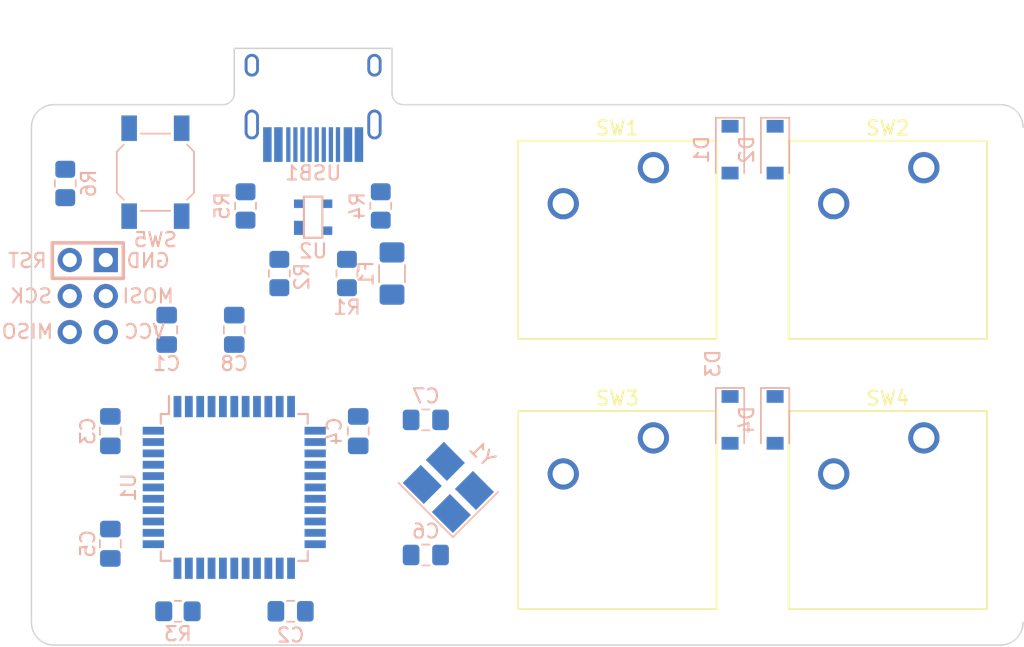
<source format=kicad_pcb>
(kicad_pcb (version 20211014) (generator pcbnew)
  (layers (0 "F.Cu" signal) (31 "B.Cu" signal) (34 "B.Paste" user) (35 "F.Paste" user) (36 "B.SilkS" user "B.Silkscreen") (37 "F.SilkS" user "F.Silkscreen") (38 "B.Mask" user) (39 "F.Mask" user) (44 "Edge.Cuts" user))
  (net 0 "")
  (net 1 "XTAL1")
  (net 2 "GND")
  (net 3 "+5V")
  (net 4 "XTAL2")
  (net 5 "Net-(U1-Pad6)")
  (net 6 "ROW0")
  (net 7 "Net-(SW1-Pad1)")
  (net 8 "Net-(SW2-Pad1)")
  (net 9 "ROW1")
  (net 10 "Net-(SW3-Pad1)")
  (net 11 "Net-(SW4-Pad1)")
  (net 12 "VCC")
  (net 13 "COL0")
  (net 14 "COL1")
  (net 15 "Net-(R1-Pad1)")
  (net 16 "D+")
  (net 17 "MISO")
  (net 18 "D-")
  (net 19 "SCK")
  (net 22 "MOSI")
  (net 23 "RESET")
  (net 24 "Net-(R2-Pad1)")
  (net 37 "Net-(U1-Pad33)")
  (net 38 "Net-(R4-Pad1)")
  (net 39 "Net-(R5-Pad1)")
  (footprint "Button_Switch_Keyboard:SW_Cherry_MX_1.00u_PCB" (layer "F.Cu") (at 170.815 83.82)
    (fp_text reference "SW1" (at -2.54 -2.794) (layer "F.SilkS"))
    (fp_text value "Macro1")
    (fp_line (start 4.445 -1.905) (end 4.445 12.065) (layer "F.SilkS") (width 0.12))
    (fp_line (start -9.525 -1.905) (end 4.445 -1.905) (layer "F.SilkS") (width 0.12))
    (fp_line (start -9.525 12.065) (end -9.525 -1.905) (layer "F.SilkS") (width 0.12))
    (fp_line (start 4.445 12.065) (end -9.525 12.065) (layer "F.SilkS") (width 0.12))
    (pad "" np_thru_hole circle (at -2.54 5.08) (size 4 4) (drill 4) (layers *.Cu *.Mask))
    (pad "" np_thru_hole circle (at 2.54 5.08) (size 1.7 1.7) (drill 1.7) (layers *.Cu *.Mask))
    (pad "" np_thru_hole circle (at -7.62 5.08) (size 1.7 1.7) (drill 1.7) (layers *.Cu *.Mask))
    (pad "1" thru_hole circle (at 0 0) (size 2.2 2.2) (drill 1.5) (layers *.Cu *.Mask) (net 7 "Net-(SW1-Pad1)"))
    (pad "2" thru_hole circle (at -6.35 2.54) (size 2.2 2.2) (drill 1.5) (layers *.Cu *.Mask) (net 13 "COL0"))
  )
  (footprint "Button_Switch_Keyboard:SW_Cherry_MX_1.00u_PCB" (layer "F.Cu") (at 189.865 102.87)
    (fp_text reference "SW4" (at -2.54 -2.794) (layer "F.SilkS"))
    (fp_text value "Macro4")
    (fp_line (start -9.525 12.065) (end -9.525 -1.905) (layer "F.SilkS") (width 0.12))
    (fp_line (start 4.445 -1.905) (end 4.445 12.065) (layer "F.SilkS") (width 0.12))
    (fp_line (start 4.445 12.065) (end -9.525 12.065) (layer "F.SilkS") (width 0.12))
    (fp_line (start -9.525 -1.905) (end 4.445 -1.905) (layer "F.SilkS") (width 0.12))
    (pad "" np_thru_hole circle (at -7.62 5.08) (size 1.7 1.7) (drill 1.7) (layers *.Cu *.Mask))
    (pad "" np_thru_hole circle (at -2.54 5.08) (size 4 4) (drill 4) (layers *.Cu *.Mask))
    (pad "" np_thru_hole circle (at 2.54 5.08) (size 1.7 1.7) (drill 1.7) (layers *.Cu *.Mask))
    (pad "1" thru_hole circle (at 0 0) (size 2.2 2.2) (drill 1.5) (layers *.Cu *.Mask) (net 11 "Net-(SW4-Pad1)"))
    (pad "2" thru_hole circle (at -6.35 2.54) (size 2.2 2.2) (drill 1.5) (layers *.Cu *.Mask) (net 14 "COL1"))
  )
  (footprint "Button_Switch_Keyboard:SW_Cherry_MX_1.00u_PCB" (layer "F.Cu") (at 189.865 83.82)
    (fp_text reference "SW2" (at -2.54 -2.794) (layer "F.SilkS"))
    (fp_text value "Macro2")
    (fp_line (start -9.525 -1.905) (end 4.445 -1.905) (layer "F.SilkS") (width 0.12))
    (fp_line (start -9.525 12.065) (end -9.525 -1.905) (layer "F.SilkS") (width 0.12))
    (fp_line (start 4.445 12.065) (end -9.525 12.065) (layer "F.SilkS") (width 0.12))
    (fp_line (start 4.445 -1.905) (end 4.445 12.065) (layer "F.SilkS") (width 0.12))
    (pad "" np_thru_hole circle (at -2.54 5.08) (size 4 4) (drill 4) (layers *.Cu *.Mask))
    (pad "" np_thru_hole circle (at -7.62 5.08) (size 1.7 1.7) (drill 1.7) (layers *.Cu *.Mask))
    (pad "" np_thru_hole circle (at 2.54 5.08) (size 1.7 1.7) (drill 1.7) (layers *.Cu *.Mask))
    (pad "1" thru_hole circle (at 0 0) (size 2.2 2.2) (drill 1.5) (layers *.Cu *.Mask) (net 8 "Net-(SW2-Pad1)"))
    (pad "2" thru_hole circle (at -6.35 2.54) (size 2.2 2.2) (drill 1.5) (layers *.Cu *.Mask) (net 14 "COL1"))
  )
  (footprint "Button_Switch_Keyboard:SW_Cherry_MX_1.00u_PCB" (layer "F.Cu") (at 170.815 102.87)
    (fp_text reference "SW3" (at -2.54 -2.794) (layer "F.SilkS"))
    (fp_text value "Macro3")
    (fp_line (start -9.525 -1.905) (end 4.445 -1.905) (layer "F.SilkS") (width 0.12))
    (fp_line (start 4.445 -1.905) (end 4.445 12.065) (layer "F.SilkS") (width 0.12))
    (fp_line (start -9.525 12.065) (end -9.525 -1.905) (layer "F.SilkS") (width 0.12))
    (fp_line (start 4.445 12.065) (end -9.525 12.065) (layer "F.SilkS") (width 0.12))
    (pad "" np_thru_hole circle (at -2.54 5.08) (size 4 4) (drill 4) (layers *.Cu *.Mask))
    (pad "" np_thru_hole circle (at 2.54 5.08) (size 1.7 1.7) (drill 1.7) (layers *.Cu *.Mask))
    (pad "" np_thru_hole circle (at -7.62 5.08) (size 1.7 1.7) (drill 1.7) (layers *.Cu *.Mask))
    (pad "1" thru_hole circle (at 0 0) (size 2.2 2.2) (drill 1.5) (layers *.Cu *.Mask) (net 10 "Net-(SW3-Pad1)"))
    (pad "2" thru_hole circle (at -6.35 2.54) (size 2.2 2.2) (drill 1.5) (layers *.Cu *.Mask) (net 13 "COL0"))
  )
  (footprint "Resistor_SMD:R_0805_2012Metric_Pad1.20x1.40mm_HandSolder" (layer "B.Cu") (at 144.4625 91.28125 -90)
    (fp_text reference "R2" (at 0.227064 -1.5875 90) (layer "B.SilkS") (effects (justify mirror)))
    (fp_text value "22")
    (fp_line (start -0.227064 -0.735) (end 0.227064 -0.735) (layer "B.SilkS") (width 0.12))
    (fp_line (start -0.227064 0.735) (end 0.227064 0.735) (layer "B.SilkS") (width 0.12))
    (pad "1" smd roundrect (at -1 0 270) (size 1.2 1.4) (layers "B.Cu" "B.Paste" "B.Mask") (roundrect_rratio 0.208333) (net 24 "Net-(R2-Pad1)"))
    (pad "2" smd roundrect (at 1 0 270) (size 1.2 1.4) (layers "B.Cu" "B.Paste" "B.Mask") (roundrect_rratio 0.208333) (net 16 "D+"))
  )
  (footprint "Capacitor_SMD:C_0805_2012Metric_Pad1.18x1.45mm_HandSolder" (layer "B.Cu") (at 150.01875 102.39375 -90)
    (fp_text reference "C4" (at 0 1.68 90) (layer "B.SilkS") (effects (justify mirror)))
    (fp_text value "0.1u")
    (fp_line (start -0.261252 -0.735) (end 0.261252 -0.735) (layer "B.SilkS") (width 0.12))
    (fp_line (start -0.261252 0.735) (end 0.261252 0.735) (layer "B.SilkS") (width 0.12))
    (pad "1" smd roundrect (at -1.0375 0 270) (size 1.175 1.45) (layers "B.Cu" "B.Paste" "B.Mask") (roundrect_rratio 0.212766) (net 3 "+5V"))
    (pad "2" smd roundrect (at 1.0375 0 270) (size 1.175 1.45) (layers "B.Cu" "B.Paste" "B.Mask") (roundrect_rratio 0.212766) (net 2 "GND"))
  )
  (footprint "Resistor_SMD:R_0805_2012Metric_Pad1.20x1.40mm_HandSolder" (layer "B.Cu") (at 129.38125 84.93125 90)
    (fp_text reference "R6" (at 0 1.65 90) (layer "B.SilkS") (effects (justify mirror)))
    (fp_text value "10k")
    (fp_line (start -0.227064 0.735) (end 0.227064 0.735) (layer "B.SilkS") (width 0.12))
    (fp_line (start -0.227064 -0.735) (end 0.227064 -0.735) (layer "B.SilkS") (width 0.12))
    (pad "1" smd roundrect (at -1 0 90) (size 1.2 1.4) (layers "B.Cu" "B.Paste" "B.Mask") (roundrect_rratio 0.208333) (net 3 "+5V"))
    (pad "2" smd roundrect (at 1 0 90) (size 1.2 1.4) (layers "B.Cu" "B.Paste" "B.Mask") (roundrect_rratio 0.208333) (net 23 "RESET"))
  )
  (footprint "Capacitor_SMD:C_0805_2012Metric_Pad1.18x1.45mm_HandSolder" (layer "B.Cu") (at 141.2875 95.25 -90)
    (fp_text reference "C8" (at 2.38125 0 180) (layer "B.SilkS") (effects (justify mirror)))
    (fp_text value "1u")
    (fp_line (start -0.261252 0.735) (end 0.261252 0.735) (layer "B.SilkS") (width 0.12))
    (fp_line (start -0.261252 -0.735) (end 0.261252 -0.735) (layer "B.SilkS") (width 0.12))
    (pad "1" smd roundrect (at -1.0375 0 270) (size 1.175 1.45) (layers "B.Cu" "B.Paste" "B.Mask") (roundrect_rratio 0.212766) (net 2 "GND"))
    (pad "2" smd roundrect (at 1.0375 0 270) (size 1.175 1.45) (layers "B.Cu" "B.Paste" "B.Mask") (roundrect_rratio 0.212766) (net 5 "Net-(U1-Pad6)"))
  )
  (footprint "Resistor_SMD:R_0805_2012Metric_Pad1.20x1.40mm_HandSolder" (layer "B.Cu") (at 142.08125 86.51875 -90)
    (fp_text reference "R5" (at 0 1.65 90) (layer "B.SilkS") (effects (justify mirror)))
    (fp_text value "5.1k")
    (fp_line (start -0.227064 0.735) (end 0.227064 0.735) (layer "B.SilkS") (width 0.12))
    (fp_line (start -0.227064 -0.735) (end 0.227064 -0.735) (layer "B.SilkS") (width 0.12))
    (pad "1" smd roundrect (at -1 0 270) (size 1.2 1.4) (layers "B.Cu" "B.Paste" "B.Mask") (roundrect_rratio 0.208333) (net 39 "Net-(R5-Pad1)"))
    (pad "2" smd roundrect (at 1 0 270) (size 1.2 1.4) (layers "B.Cu" "B.Paste" "B.Mask") (roundrect_rratio 0.208333) (net 2 "GND"))
  )
  (footprint "Capacitor_SMD:C_0805_2012Metric_Pad1.18x1.45mm_HandSolder" (layer "B.Cu") (at 145.25625 115.09375)
    (fp_text reference "C2" (at 0 1.68) (layer "B.SilkS") (effects (justify mirror)))
    (fp_text value "0.1u")
    (fp_line (start -0.261252 -0.735) (end 0.261252 -0.735) (layer "B.SilkS") (width 0.12))
    (fp_line (start -0.261252 0.735) (end 0.261252 0.735) (layer "B.SilkS") (width 0.12))
    (pad "1" smd roundrect (at -1.0375 0) (size 1.175 1.45) (layers "B.Cu" "B.Paste" "B.Mask") (roundrect_rratio 0.212766) (net 3 "+5V"))
    (pad "2" smd roundrect (at 1.0375 0) (size 1.175 1.45) (layers "B.Cu" "B.Paste" "B.Mask") (roundrect_rratio 0.212766) (net 2 "GND"))
  )
  (footprint "Capacitor_SMD:C_0805_2012Metric_Pad1.18x1.45mm_HandSolder" (layer "B.Cu") (at 132.55625 102.39375 -90)
    (fp_text reference "C3" (at 0 1.5875 90) (layer "B.SilkS") (effects (justify mirror)))
    (fp_text value "0.1u")
    (fp_line (start -0.261252 0.735) (end 0.261252 0.735) (layer "B.SilkS") (width 0.12))
    (fp_line (start -0.261252 -0.735) (end 0.261252 -0.735) (layer "B.SilkS") (width 0.12))
    (pad "1" smd roundrect (at -1.0375 0 270) (size 1.175 1.45) (layers "B.Cu" "B.Paste" "B.Mask") (roundrect_rratio 0.212766) (net 3 "+5V"))
    (pad "2" smd roundrect (at 1.0375 0 270) (size 1.175 1.45) (layers "B.Cu" "B.Paste" "B.Mask") (roundrect_rratio 0.212766) (net 2 "GND"))
  )
  (footprint "Diode_SMD:D_SOD-123" (layer "B.Cu") (at 179.3875 101.6 -90)
    (fp_text reference "D4" (at 0 2 90) (layer "B.SilkS") (effects (justify mirror)))
    (fp_text value "D")
    (fp_line (start -2.25 -1) (end 1.65 -1) (layer "B.SilkS") (width 0.12))
    (fp_line (start -2.25 1) (end 1.65 1) (layer "B.SilkS") (width 0.12))
    (fp_line (start -2.25 1) (end -2.25 -1) (layer "B.SilkS") (width 0.12))
    (pad "1" smd rect (at -1.65 0 270) (size 0.9 1.2) (layers "B.Cu" "B.Paste" "B.Mask") (net 9 "ROW1"))
    (pad "2" smd rect (at 1.65 0 270) (size 0.9 1.2) (layers "B.Cu" "B.Paste" "B.Mask") (net 11 "Net-(SW4-Pad1)"))
  )
  (footprint "Button_Switch_SMD:SW_SPST_SKQG_WithStem" (layer "B.Cu") (at 135.73125 84.1375 -90)
    (fp_text reference "SW5" (at 4.7625 0 180) (layer "B.SilkS") (effects (justify mirror)))
    (fp_text value "PUSH_RESET")
    (fp_line (start -1.45 -2.72) (end -1.94 -2.23) (layer "B.SilkS") (width 0.12))
    (fp_line (start -1.45 2.72) (end -1.94 2.23) (layer "B.SilkS") (width 0.12))
    (fp_line (start -1.45 -2.72) (end 1.45 -2.72) (layer "B.SilkS") (width 0.12))
    (fp_line (start -2.72 -1.04) (end -2.72 1.04) (layer "B.SilkS") (width 0.12))
    (fp_line (start 2.72 -1.04) (end 2.72 1.04) (layer "B.SilkS") (width 0.12))
    (fp_line (start 1.45 -2.72) (end 1.94 -2.23) (layer "B.SilkS") (width 0.12))
    (fp_line (start -1.45 2.72) (end 1.45 2.72) (layer "B.SilkS") (width 0.12))
    (fp_line (start 1.45 2.72) (end 1.94 2.23) (layer "B.SilkS") (width 0.12))
    (pad "1" smd rect (at -3.1 1.85 270) (size 1.8 1.1) (layers "B.Cu" "B.Paste" "B.Mask") (net 23 "RESET"))
    (pad "1" smd rect (at 3.1 1.85 270) (size 1.8 1.1) (layers "B.Cu" "B.Paste" "B.Mask") (net 23 "RESET"))
    (pad "2" smd rect (at -3.1 -1.85 270) (size 1.8 1.1) (layers "B.Cu" "B.Paste" "B.Mask") (net 2 "GND"))
    (pad "2" smd rect (at 3.1 -1.85 270) (size 1.8 1.1) (layers "B.Cu" "B.Paste" "B.Mask") (net 2 "GND"))
  )
  (footprint "Resistor_SMD:R_0805_2012Metric_Pad1.20x1.40mm_HandSolder" (layer "B.Cu") (at 151.60625 86.51875 -90)
    (fp_text reference "R4" (at 0 1.65 90) (layer "B.SilkS") (effects (justify mirror)))
    (fp_text value "5.1k")
    (fp_line (start -0.227064 0.735) (end 0.227064 0.735) (layer "B.SilkS") (width 0.12))
    (fp_line (start -0.227064 -0.735) (end 0.227064 -0.735) (layer "B.SilkS") (width 0.12))
    (pad "1" smd roundrect (at -1 0 270) (size 1.2 1.4) (layers "B.Cu" "B.Paste" "B.Mask") (roundrect_rratio 0.208333) (net 38 "Net-(R4-Pad1)"))
    (pad "2" smd roundrect (at 1 0 270) (size 1.2 1.4) (layers "B.Cu" "B.Paste" "B.Mask") (roundrect_rratio 0.208333) (net 2 "GND"))
  )
  (footprint "Diode_SMD:D_SOD-123" (layer "B.Cu") (at 176.2125 101.6 -90)
    (fp_text reference "D3" (at -3.96875 1.20625 90) (layer "B.SilkS") (effects (justify mirror)))
    (fp_text value "D")
    (fp_line (start -2.25 1) (end 1.65 1) (layer "B.SilkS") (width 0.12))
    (fp_line (start -2.25 -1) (end 1.65 -1) (layer "B.SilkS") (width 0.12))
    (fp_line (start -2.25 1) (end -2.25 -1) (layer "B.SilkS") (width 0.12))
    (pad "1" smd rect (at -1.65 0 270) (size 0.9 1.2) (layers "B.Cu" "B.Paste" "B.Mask") (net 9 "ROW1"))
    (pad "2" smd rect (at 1.65 0 270) (size 0.9 1.2) (layers "B.Cu" "B.Paste" "B.Mask") (net 10 "Net-(SW3-Pad1)"))
  )
  (footprint "Crystal:Crystal_SMD_3225-4Pin_3.2x2.5mm_HandSoldering" (layer "B.Cu") (at 156.36875 106.3625 135)
    (fp_text reference "Y1" (at 0 3.367596 135) (layer "B.SilkS") (effects (justify mirror)))
    (fp_text value "XTAL")
    (fp_line (start -2.7 -2.25) (end 2.7 -2.25) (layer "B.SilkS") (width 0.12))
    (fp_line (start -2.7 2.25) (end -2.7 -2.25) (layer "B.SilkS") (width 0.12))
    (pad "1" smd rect (at -1.45 -1.15 135) (size 2.1 1.8) (layers "B.Cu" "B.Paste" "B.Mask") (net 1 "XTAL1"))
    (pad "2" smd rect (at 1.45 -1.15 135) (size 2.1 1.8) (layers "B.Cu" "B.Paste" "B.Mask") (net 2 "GND"))
    (pad "3" smd rect (at 1.45 1.15 135) (size 2.1 1.8) (layers "B.Cu" "B.Paste" "B.Mask") (net 4 "XTAL2"))
    (pad "4" smd rect (at -1.45 1.15 135) (size 2.1 1.8) (layers "B.Cu" "B.Paste" "B.Mask") (net 2 "GND"))
  )
  (footprint "Fuse:Fuse_1206_3216Metric_Pad1.42x1.75mm_HandSolder" (layer "B.Cu") (at 152.4 91.28125 -90)
    (fp_text reference "F1" (at 0 1.82 90) (layer "B.SilkS") (effects (justify mirror)))
    (fp_text value "500mA")
    (fp_line (start -0.602064 0.91) (end 0.602064 0.91) (layer "B.SilkS") (width 0.12))
    (fp_line (start -0.602064 -0.91) (end 0.602064 -0.91) (layer "B.SilkS") (width 0.12))
    (pad "1" smd roundrect (at -1.4875 0 270) (size 1.425 1.75) (layers "B.Cu" "B.Paste" "B.Mask") (roundrect_rratio 0.175439) (net 12 "VCC"))
    (pad "2" smd roundrect (at 1.4875 0 270) (size 1.425 1.75) (layers "B.Cu" "B.Paste" "B.Mask") (roundrect_rratio 0.175439) (net 3 "+5V"))
  )
  (footprint "random-keyboard-parts:SOT143B" (layer "B.Cu") (at 146.84375 87.3125)
    (fp_text reference "U2" (at 0 2.38125) (layer "B.SilkS") (effects (justify mirror)))
    (fp_text value "PRTR5V0U2X")
    (fp_line (start -0.65 -1.45) (end 0.65 -1.45) (layer "B.SilkS") (width 0.15))
    (fp_line (start -0.65 1.45) (end -0.65 -1.45) (layer "B.SilkS") (width 0.15))
    (fp_line (start 0.65 1.45) (end 0.65 -1.45) (layer "B.SilkS") (width 0.15))
    (fp_line (start 0.65 1.45) (end -0.65 1.45) (layer "B.SilkS") (width 0.15))
    (pad "1" smd rect locked (at -1 0.75 90) (size 1 0.7) (layers "B.Cu" "B.Paste" "B.Mask") (net 2 "GND"))
    (pad "2" smd rect locked (at -1 -0.95 90) (size 0.6 0.7) (layers "B.Cu" "B.Paste" "B.Mask") (net 24 "Net-(R2-Pad1)"))
    (pad "3" smd rect locked (at 1 -0.95 90) (size 0.6 0.7) (layers "B.Cu" "B.Paste" "B.Mask") (net 15 "Net-(R1-Pad1)"))
    (pad "4" smd rect locked (at 1 0.95 90) (size 0.6 0.7) (layers "B.Cu" "B.Paste" "B.Mask") (net 12 "VCC"))
  )
  (footprint "Capacitor_SMD:C_0805_2012Metric_Pad1.18x1.45mm_HandSolder" (layer "B.Cu") (at 154.78125 111.125 180)
    (fp_text reference "C6" (at 0 1.68) (layer "B.SilkS") (effects (justify mirror)))
    (fp_text value "22p")
    (fp_line (start -0.261252 -0.735) (end 0.261252 -0.735) (layer "B.SilkS") (width 0.12))
    (fp_line (start -0.261252 0.735) (end 0.261252 0.735) (layer "B.SilkS") (width 0.12))
    (pad "1" smd roundrect (at -1.0375 0 180) (size 1.175 1.45) (layers "B.Cu" "B.Paste" "B.Mask") (roundrect_rratio 0.212766) (net 1 "XTAL1"))
    (pad "2" smd roundrect (at 1.0375 0 180) (size 1.175 1.45) (layers "B.Cu" "B.Paste" "B.Mask") (roundrect_rratio 0.212766) (net 2 "GND"))
  )
  (footprint "Resistor_SMD:R_0805_2012Metric_Pad1.20x1.40mm_HandSolder" (layer "B.Cu") (at 137.31875 115.09375 180)
    (fp_text reference "R3" (at 0 -1.5875) (layer "B.SilkS") (effects (justify mirror)))
    (fp_text value "10k")
    (fp_line (start -0.227064 -0.735) (end 0.227064 -0.735) (layer "B.SilkS") (width 0.12))
    (fp_line (start -0.227064 0.735) (end 0.227064 0.735) (layer "B.SilkS") (width 0.12))
    (pad "1" smd roundrect (at -1 0 180) (size 1.2 1.4) (layers "B.Cu" "B.Paste" "B.Mask") (roundrect_rratio 0.208333) (net 37 "Net-(U1-Pad33)"))
    (pad "2" smd roundrect (at 1 0 180) (size 1.2 1.4) (layers "B.Cu" "B.Paste" "B.Mask") (roundrect_rratio 0.208333) (net 2 "GND"))
  )
  (footprint "Resistor_SMD:R_0805_2012Metric_Pad1.20x1.40mm_HandSolder" (layer "B.Cu") (at 149.225 91.28125 -90)
    (fp_text reference "R1" (at 2.38125 0 180) (layer "B.SilkS") (effects (justify mirror)))
    (fp_text value "22")
    (fp_line (start -0.227064 0.735) (end 0.227064 0.735) (layer "B.SilkS") (width 0.12))
    (fp_line (start -0.227064 -0.735) (end 0.227064 -0.735) (layer "B.SilkS") (width 0.12))
    (pad "1" smd roundrect (at -1 0 270) (size 1.2 1.4) (layers "B.Cu" "B.Paste" "B.Mask") (roundrect_rratio 0.208333) (net 15 "Net-(R1-Pad1)"))
    (pad "2" smd roundrect (at 1 0 270) (size 1.2 1.4) (layers "B.Cu" "B.Paste" "B.Mask") (roundrect_rratio 0.208333) (net 18 "D-"))
  )
  (footprint "random-keyboard-parts:Reset_Pretty-Mask" (layer "B.Cu") (at 130.96875 92.86875)
    (fp_text reference "J1")
    (fp_text value "AVR-ISP-6")
    (fp_text user "RST" (at -4.25 -2.5) (layer "B.SilkS") (effects (justify mirror)))
    (fp_text user "GND" (at 4.25 -2.5) (layer "B.SilkS") (effects (justify mirror)))
    (fp_text user "VCC" (at 4 2.5) (layer "B.SilkS") (effects (justify mirror)))
    (fp_text user "MISO" (at -4.25 2.5) (layer "B.SilkS") (effects (justify mirror)))
    (fp_text user "MOSI" (at 4.25 0) (layer "B.SilkS") (effects (justify mirror)))
    (fp_text user "SCK" (at -4 0) (layer "B.SilkS") (effects (justify mirror)))
    (fp_line (start -2.5 -1.25) (end 2.5 -1.25) (layer "B.SilkS") (width 0.25))
    (fp_line (start 2.5 -1.25) (end 2.5 -3.75) (layer "B.SilkS") (width 0.25))
    (fp_line (start -2.5 -3.75) (end -2.5 -1.25) (layer "B.SilkS") (width 0.25))
    (fp_line (start 2.5 -3.75) (end -2.5 -3.75) (layer "B.SilkS") (width 0.25))
    (pad "1" thru_hole circle locked (at -1.27 2.54) (size 1.7 1.7) (drill 1) (layers *.Cu "B.Mask") (net 17 "MISO"))
    (pad "2" thru_hole circle locked (at 1.27 2.54) (size 1.7 1.7) (drill 1) (layers *.Cu "B.Mask") (net 3 "+5V"))
    (pad "3" thru_hole circle locked (at -1.27 0) (size 1.7 1.7) (drill 1) (layers *.Cu "B.Mask") (net 19 "SCK"))
    (pad "4" thru_hole circle locked (at 1.27 0) (size 1.7 1.7) (drill 1) (layers *.Cu "B.Mask") (net 22 "MOSI"))
    (pad "5" thru_hole circle locked (at -1.27 -2.54) (size 1.7 1.7) (drill 1) (layers *.Cu "B.Mask") (net 23 "RESET"))
    (pad "6" thru_hole rect locked (at 1.27 -2.54) (size 1.7 1.7) (drill 1) (layers *.Cu "B.Mask") (net 2 "GND"))
  )
  (footprint "Capacitor_SMD:C_0805_2012Metric_Pad1.18x1.45mm_HandSolder" (layer "B.Cu") (at 132.55625 110.33125 90)
    (fp_text reference "C5" (at 0 -1.5875 270) (layer "B.SilkS") (effects (justify mirror)))
    (fp_text value "10u")
    (fp_line (start -0.261252 -0.735) (end 0.261252 -0.735) (layer "B.SilkS") (width 0.12))
    (fp_line (start -0.261252 0.735) (end 0.261252 0.735) (layer "B.SilkS") (width 0.12))
    (pad "1" smd roundrect (at -1.0375 0 90) (size 1.175 1.45) (layers "B.Cu" "B.Paste" "B.Mask") (roundrect_rratio 0.212766) (net 3 "+5V"))
    (pad "2" smd roundrect (at 1.0375 0 90) (size 1.175 1.45) (layers "B.Cu" "B.Paste" "B.Mask") (roundrect_rratio 0.212766) (net 2 "GND"))
  )
  (footprint "Diode_SMD:D_SOD-123" (layer "B.Cu") (at 176.2125 82.55 -90)
    (fp_text reference "D1" (at 0 2 90) (layer "B.SilkS") (effects (justify mirror)))
    (fp_text value "D")
    (fp_line (start -2.25 1) (end 1.65 1) (layer "B.SilkS") (width 0.12))
    (fp_line (start -2.25 -1) (end 1.65 -1) (layer "B.SilkS") (width 0.12))
    (fp_line (start -2.25 1) (end -2.25 -1) (layer "B.SilkS") (width 0.12))
    (pad "1" smd rect (at -1.65 0 270) (size 0.9 1.2) (layers "B.Cu" "B.Paste" "B.Mask") (net 6 "ROW0"))
    (pad "2" smd rect (at 1.65 0 270) (size 0.9 1.2) (layers "B.Cu" "B.Paste" "B.Mask") (net 7 "Net-(SW1-Pad1)"))
  )
  (footprint "Type-C:HRO-TYPE-C-31-M-12-HandSoldering" (layer "B.Cu") (at 146.84375 73.99625)
    (fp_text reference "USB1" (at 0 10.2) (layer "B.SilkS") (effects (justify mirror)))
    (fp_text value "HRO-TYPE-C-31-M-12")
    (pad "" np_thru_hole circle locked (at -2.89 6.25) (size 0.65 0.65) (drill 0.65) (layers *.Cu *.Mask))
    (pad "" np_thru_hole circle locked (at 2.89 6.25) (size 0.65 0.65) (drill 0.65) (layers *.Cu *.Mask))
    (pad "1" smd rect locked (at -3.225 8.195) (size 0.6 2.45) (layers "B.Cu" "B.Paste" "B.Mask") (net 2 "GND"))
    (pad "2" smd rect locked (at -2.45 8.195) (size 0.6 2.45) (layers "B.Cu" "B.Paste" "B.Mask") (net 12 "VCC"))
    (pad "3" smd rect locked (at -1.75 8.195) (size 0.3 2.45) (layers "B.Cu" "B.Paste" "B.Mask"))
    (pad "4" smd rect locked (at -1.25 8.195) (size 0.3 2.45) (layers "B.Cu" "B.Paste" "B.Mask") (net 39 "Net-(R5-Pad1)"))
    (pad "5" smd rect locked (at -0.75 8.195) (size 0.3 2.45) (layers "B.Cu" "B.Paste" "B.Mask") (net 15 "Net-(R1-Pad1)"))
    (pad "6" smd rect locked (at -0.25 8.195) (size 0.3 2.45) (layers "B.Cu" "B.Paste" "B.Mask") (net 24 "Net-(R2-Pad1)"))
    (pad "7" smd rect locked (at 0.25 8.195) (size 0.3 2.45) (layers "B.Cu" "B.Paste" "B.Mask") (net 15 "Net-(R1-Pad1)"))
    (pad "8" smd rect locked (at 0.75 8.195) (size 0.3 2.45) (layers "B.Cu" "B.Paste" "B.Mask") (net 24 "Net-(R2-Pad1)"))
    (pad "9" smd rect locked (at 1.25 8.195) (size 0.3 2.45) (layers "B.Cu" "B.Paste" "B.Mask"))
    (pad "10" smd rect locked (at 1.75 8.195) (size 0.3 2.45) (layers "B.Cu" "B.Paste" "B.Mask") (net 38 "Net-(R4-Pad1)"))
    (pad "11" smd rect locked (at 2.45 8.195) (size 0.6 2.45) (layers "B.Cu" "B.Paste" "B.Mask") (net 12 "VCC"))
    (pad "12" smd rect locked (at 3.225 8.195) (size 0.6 2.45) (layers "B.Cu" "B.Paste" "B.Mask") (net 2 "GND"))
    (pad "13" thru_hole oval locked (at 4.32 6.78) (size 1 2.1) (drill oval 0.6 1.7) (layers *.Cu "F.Mask") (net 2 "GND"))
    (pad "13" thru_hole oval locked (at -4.32 6.78) (size 1 2.1) (drill oval 0.6 1.7) (layers *.Cu "F.Mask") (net 2 "GND"))
    (pad "13" thru_hole oval locked (at -4.32 2.6) (size 1 1.6) (drill oval 0.6 1.2) (layers *.Cu "F.Mask") (net 2 "GND"))
    (pad "13" thru_hole oval locked (at 4.32 2.6) (size 1 1.6) (drill oval 0.6 1.2) (layers *.Cu "F.Mask") (net 2 "GND"))
  )
  (footprint "Package_QFP:TQFP-44_10x10mm_P0.8mm" (layer "B.Cu") (at 141.2875 106.3625 -90)
    (fp_text reference "U1" (at 0 7.45 90) (layer "B.SilkS") (effects (justify mirror)))
    (fp_text value "ATmega32U4-A")
    (fp_line (start 5.175 5.175) (end 4.5 5.175) (layer "B.SilkS") (width 0.15))
    (fp_line (start 5.175 5.175) (end 5.175 4.5) (layer "B.SilkS") (width 0.15))
    (fp_line (start 5.175 -5.175) (end 4.5 -5.175) (layer "B.SilkS") (width 0.15))
    (fp_line (start -5.175 5.175) (end -4.5 5.175) (layer "B.SilkS") (width 0.15))
    (fp_line (start -5.175 5.175) (end -5.175 4.6) (layer "B.SilkS") (width 0.15))
    (fp_line (start -5.175 -5.175) (end -5.175 -4.5) (layer "B.SilkS") (width 0.15))
    (fp_line (start 5.175 -5.175) (end 5.175 -4.5) (layer "B.SilkS") (width 0.15))
    (fp_line (start -5.175 -5.175) (end -4.5 -5.175) (layer "B.SilkS") (width 0.15))
    (fp_line (start -5.175 4.6) (end -6.45 4.6) (layer "B.SilkS") (width 0.15))
    (pad "1" smd rect (at -5.7 4 270) (size 1.5 0.55) (layers "B.Cu" "B.Paste" "B.Mask"))
    (pad "2" smd rect (at -5.7 3.2 270) (size 1.5 0.55) (layers "B.Cu" "B.Paste" "B.Mask") (net 3 "+5V"))
    (pad "3" smd rect (at -5.7 2.4 270) (size 1.5 0.55) (layers "B.Cu" "B.Paste" "B.Mask") (net 18 "D-"))
    (pad "4" smd rect (at -5.7 1.6 270) (size 1.5 0.55) (layers "B.Cu" "B.Paste" "B.Mask") (net 16 "D+"))
    (pad "5" smd rect (at -5.7 0.8 270) (size 1.5 0.55) (layers "B.Cu" "B.Paste" "B.Mask") (net 2 "GND"))
    (pad "6" smd rect (at -5.7 0 270) (size 1.5 0.55) (layers "B.Cu" "B.Paste" "B.Mask") (net 5 "Net-(U1-Pad6)"))
    (pad "7" smd rect (at -5.7 -0.8 270) (size 1.5 0.55) (layers "B.Cu" "B.Paste" "B.Mask") (net 3 "+5V"))
    (pad "8" smd rect (at -5.7 -1.6 270) (size 1.5 0.55) (layers "B.Cu" "B.Paste" "B.Mask"))
    (pad "9" smd rect (at -5.7 -2.4 270) (size 1.5 0.55) (layers "B.Cu" "B.Paste" "B.Mask") (net 19 "SCK"))
    (pad "10" smd rect (at -5.7 -3.2 270) (size 1.5 0.55) (layers "B.Cu" "B.Paste" "B.Mask") (net 22 "MOSI"))
    (pad "11" smd rect (at -5.7 -4 270) (size 1.5 0.55) (layers "B.Cu" "B.Paste" "B.Mask") (net 17 "MISO"))
    (pad "12" smd rect (at -4 -5.7 180) (size 1.5 0.55) (layers "B.Cu" "B.Paste" "B.Mask"))
    (pad "13" smd rect (at -3.2 -5.7 180) (size 1.5 0.55) (layers "B.Cu" "B.Paste" "B.Mask") (net 23 "RESET"))
    (pad "14" smd rect (at -2.4 -5.7 180) (size 1.5 0.55) (layers "B.Cu" "B.Paste" "B.Mask") (net 3 "+5V"))
    (pad "15" smd rect (at -1.6 -5.7 180) (size 1.5 0.55) (layers "B.Cu" "B.Paste" "B.Mask") (net 2 "GND"))
    (pad "16" smd rect (at -0.8 -5.7 180) (size 1.5 0.55) (layers "B.Cu" "B.Paste" "B.Mask") (net 4 "XTAL2"))
    (pad "17" smd rect (at 0 -5.7 180) (size 1.5 0.55) (layers "B.Cu" "B.Paste" "B.Mask") (net 1 "XTAL1"))
    (pad "18" smd rect (at 0.8 -5.7 180) (size 1.5 0.55) (layers "B.Cu" "B.Paste" "B.Mask"))
    (pad "19" smd rect (at 1.6 -5.7 180) (size 1.5 0.55) (layers "B.Cu" "B.Paste" "B.Mask"))
    (pad "20" smd rect (at 2.4 -5.7 180) (size 1.5 0.55) (layers "B.Cu" "B.Paste" "B.Mask"))
    (pad "21" smd rect (at 3.2 -5.7 180) (size 1.5 0.55) (layers "B.Cu" "B.Paste" "B.Mask"))
    (pad "22" smd rect (at 4 -5.7 180) (size 1.5 0.55) (layers "B.Cu" "B.Paste" "B.Mask"))
    (pad "23" smd rect (at 5.7 -4 270) (size 1.5 0.55) (layers "B.Cu" "B.Paste" "B.Mask") (net 2 "GND"))
    (pad "24" smd rect (at 5.7 -3.2 270) (size 1.5 0.55) (layers "B.Cu" "B.Paste" "B.Mask") (net 3 "+5V"))
    (pad "25" smd rect (at 5.7 -2.4 270) (size 1.5 0.55) (layers "B.Cu" "B.Paste" "B.Mask"))
    (pad "26" smd rect (at 5.7 -1.6 270) (size 1.5 0.55) (layers "B.Cu" "B.Paste" "B.Mask"))
    (pad "27" smd rect (at 5.7 -0.8 270) (size 1.5 0.55) (layers "B.Cu" "B.Paste" "B.Mask"))
    (pad "28" smd rect (at 5.7 0 270) (size 1.5 0.55) (layers "B.Cu" "B.Paste" "B.Mask"))
    (pad "29" smd rect (at 5.7 0.8 270) (size 1.5 0.55) (layers "B.Cu" "B.Paste" "B.Mask"))
    (pad "30" smd rect (at 5.7 1.6 270) (size 1.5 0.55) (layers "B.Cu" "B.Paste" "B.Mask"))
    (pad "31" smd rect (at 5.7 2.4 270) (size 1.5 0.55) (layers "B.Cu" "B.Paste" "B.Mask"))
    (pad "32" smd rect (at 5.7 3.2 270) (size 1.5 0.55) (layers "B.Cu" "B.Paste" "B.Mask"))
    (pad "33" smd rect (at 5.7 4 270) (size 1.5 0.55) (layers "B.Cu" "B.Paste" "B.Mask") (net 37 "Net-(U1-Pad33)"))
    (pad "34" smd rect (at 4 5.7 180) (size 1.5 0.55) (layers "B.Cu" "B.Paste" "B.Mask") (net 3 "+5V"))
    (pad "35" smd rect (at 3.2 5.7 180) (size 1.5 0.55) (layers "B.Cu" "B.Paste" "B.Mask") (net 2 "GND"))
    (pad "36" smd rect (at 2.4 5.7 180) (size 1.5 0.55) (layers "B.Cu" "B.Paste" "B.Mask"))
    (pad "37" smd rect (at 1.6 5.7 180) (size 1.5 0.55) (layers "B.Cu" "B.Paste" "B.Mask"))
    (pad "38" smd rect (at 0.8 5.7 180) (size 1.5 0.55) (layers "B.Cu" "B.Paste" "B.Mask") (net 9 "ROW1"))
    (pad "39" smd rect (at 0 5.7 180) (size 1.5 0.55) (layers "B.Cu" "B.Paste" "B.Mask") (net 6 "ROW0"))
    (pad "40" smd rect (at -0.8 5.7 180) (size 1.5 0.55) (layers "B.Cu" "B.Paste" "B.Mask") (net 13 "COL0"))
    (pad "41" smd rect (at -1.6 5.7 180) (size 1.5 0.55) (layers "B.Cu" "B.Paste" "B.Mask") (net 14 "COL1"))
    (pad "42" smd rect (at -2.4 5.7 180) (size 1.5 0.55) (layers "B.Cu" "B.Paste" "B.Mask"))
    (pad "43" smd rect (at -3.2 5.7 180) (size 1.5 0.55) (layers "B.Cu" "B.Paste" "B.Mask") (net 2 "GND"))
    (pad "44" smd rect (at -4 5.7 180) (size 1.5 0.55) (layers "B.Cu" "B.Paste" "B.Mask") (net 3 "+5V"))
  )
  (footprint "Diode_SMD:D_SOD-123" (layer "B.Cu") (at 179.3875 82.55 -90)
    (fp_text reference "D2" (at 0 2 90) (layer "B.SilkS") (effects (justify mirror)))
    (fp_text value "D")
    (fp_line (start -2.25 1) (end 1.65 1) (layer "B.SilkS") (width 0.12))
    (fp_line (start -2.25 1) (end -2.25 -1) (layer "B.SilkS") (width 0.12))
    (fp_line (start -2.25 -1) (end 1.65 -1) (layer "B.SilkS") (width 0.12))
    (pad "1" smd rect (at -1.65 0 270) (size 0.9 1.2) (layers "B.Cu" "B.Paste" "B.Mask") (net 6 "ROW0"))
    (pad "2" smd rect (at 1.65 0 270) (size 0.9 1.2) (layers "B.Cu" "B.Paste" "B.Mask") (net 8 "Net-(SW2-Pad1)"))
  )
  (footprint "Capacitor_SMD:C_0805_2012Metric_Pad1.18x1.45mm_HandSolder" (layer "B.Cu") (at 136.525 95.25 90)
    (fp_text reference "C1" (at -2.38125 0 180) (layer "B.SilkS") (effects (justify mirror)))
    (fp_text value "0.1u")
    (fp_line (start -0.261252 0.735) (end 0.261252 0.735) (layer "B.SilkS") (width 0.12))
    (fp_line (start -0.261252 -0.735) (end 0.261252 -0.735) (layer "B.SilkS") (width 0.12))
    (pad "1" smd roundrect (at -1.0375 0 90) (size 1.175 1.45) (layers "B.Cu" "B.Paste" "B.Mask") (roundrect_rratio 0.212766) (net 3 "+5V"))
    (pad "2" smd roundrect (at 1.0375 0 90) (size 1.175 1.45) (layers "B.Cu" "B.Paste" "B.Mask") (roundrect_rratio 0.212766) (net 2 "GND"))
  )
  (footprint "Capacitor_SMD:C_0805_2012Metric_Pad1.18x1.45mm_HandSolder" (layer "B.Cu") (at 154.78125 101.6 180)
    (fp_text reference "C7" (at 0 1.68) (layer "B.SilkS") (effects (justify mirror)))
    (fp_text value "22p")
    (fp_line (start -0.261252 0.735) (end 0.261252 0.735) (layer "B.SilkS") (width 0.12))
    (fp_line (start -0.261252 -0.735) (end 0.261252 -0.735) (layer "B.SilkS") (width 0.12))
    (pad "1" smd roundrect (at -1.0375 0 180) (size 1.175 1.45) (layers "B.Cu" "B.Paste" "B.Mask") (roundrect_rratio 0.212766) (net 4 "XTAL2"))
    (pad "2" smd roundrect (at 1.0375 0 180) (size 1.175 1.45) (layers "B.Cu" "B.Paste" "B.Mask") (roundrect_rratio 0.212766) (net 2 "GND"))
  )
  (gr_arc (start 141.2875 78.58125) (mid 141.055016 79.142516) (end 140.49375 79.375) (layer "Edge.Cuts") (width 0.1))
  (gr_line (start 127 115.8875) (end 127 80.9625) (layer "Edge.Cuts") (width 0.1))
  (gr_arc (start 153.19375 79.375) (mid 152.632484 79.142516) (end 152.4 78.58125) (layer "Edge.Cuts") (width 0.1))
  (gr_line (start 128.5875 79.375) (end 140.49375 79.375) (layer "Edge.Cuts") (width 0.1))
  (gr_arc (start 195.2625 79.375) (mid 196.385032 79.839968) (end 196.85 80.9625) (layer "Edge.Cuts") (width 0.1))
  (gr_arc (start 128.5875 117.475) (mid 127.464968 117.010032) (end 127 115.8875) (layer "Edge.Cuts") (width 0.1))
  (gr_arc (start 196.85 115.8875) (mid 196.385032 117.010032) (end 195.2625 117.475) (layer "Edge.Cuts") (width 0.1))
  (gr_line (start 141.2875 75.40625) (end 152.4 75.40625) (layer "Edge.Cuts") (width 0.1))
  (gr_arc (start 127 80.9625) (mid 127.464968 79.839968) (end 128.5875 79.375) (layer "Edge.Cuts") (width 0.1))
  (gr_line (start 152.4 75.40625) (end 152.4 78.58125) (layer "Edge.Cuts") (width 0.1))
  (gr_line (start 141.2875 78.58125) (end 141.2875 75.40625) (layer "Edge.Cuts") (width 0.1))
  (gr_line (start 195.2625 117.475) (end 128.5875 117.475) (layer "Edge.Cuts") (width 0.1))
  (gr_line (start 153.19375 79.375) (end 195.2625 79.375) (layer "Edge.Cuts") (width 0.1))
)
</source>
